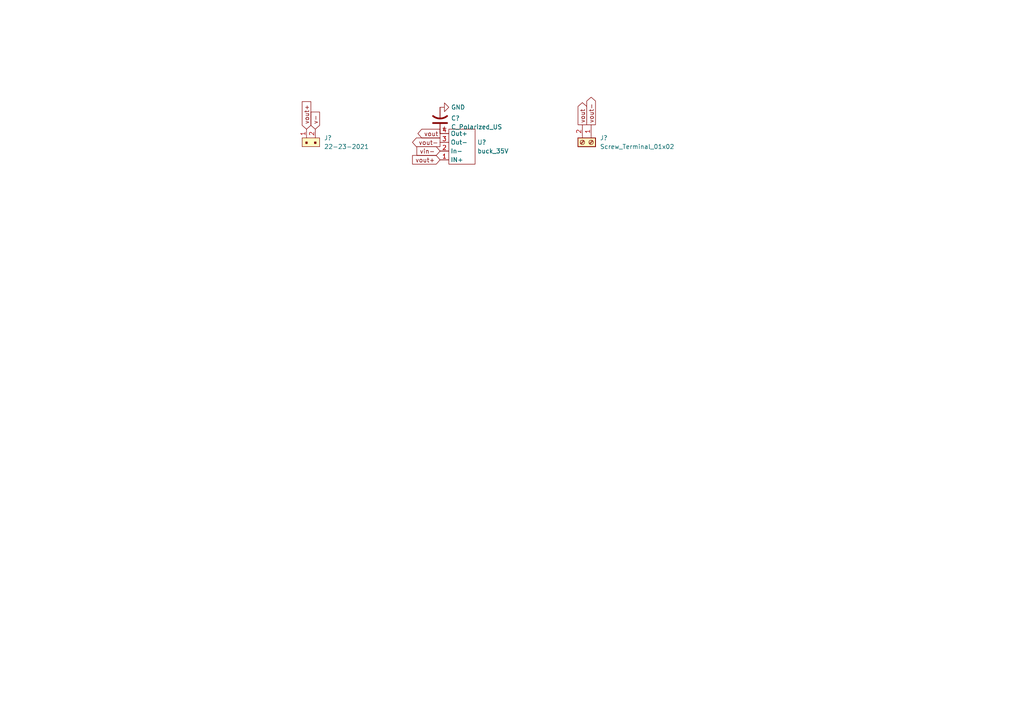
<source format=kicad_sch>
(kicad_sch (version 20211123) (generator eeschema)
  (paper "A4")
  (lib_symbols
    (symbol "Connector:Screw_Terminal_01x02" (pin_names (offset 1.016) hide)
      (property "Reference" "J" (at 0 2.54 0))
      (property "Value" "Screw_Terminal_01x02" (at 0 -5.08 0))
      (symbol "Screw_Terminal_01x02_1_1"
        (rectangle (start -1.27 1.27) (end 1.27 -3.81) (stroke (width 0.254)) (fill (type background)))
        (circle (center 0 -2.54) (radius 0.635) (stroke (width 0.1524)))
        (polyline (pts (xy -0.5334 -2.2098) (xy 0.3302 -3.048)) (stroke (width 0.1524)))
        (polyline (pts (xy -0.5334 0.3302) (xy 0.3302 -0.508)) (stroke (width 0.1524)))
        (polyline (pts (xy -0.3556 -2.032) (xy 0.508 -2.8702)) (stroke (width 0.1524)))
        (polyline (pts (xy -0.3556 0.508) (xy 0.508 -0.3302)) (stroke (width 0.1524)))
        (circle (center 0 0) (radius 0.635) (stroke (width 0.1524)))
        (pin passive line (at -5.08 0 0) (length 3.81) (name "Pin_1") (number "1"))
        (pin passive line (at -5.08 -2.54 0) (length 3.81) (name "Pin_2") (number "2"))
      )
    )
    (symbol "Device:C_Polarized_US" (pin_numbers hide) (pin_names (offset 0.254) hide)
      (property "Reference" "C" (at 0.635 2.54 0))
      (property "Value" "C_Polarized_US" (at 0.635 -2.54 0))
      (symbol "C_Polarized_US_0_1"
        (polyline (pts (xy -2.032 0.762) (xy 2.032 0.762)) (stroke (width 0.508)))
        (polyline (pts (xy -1.778 2.286) (xy -0.762 2.286)))
        (polyline (pts (xy -1.27 1.778) (xy -1.27 2.794)))
        (arc (start 2.032 -1.27) (mid 0 -0.5572) (end -2.032 -1.27) (stroke (width 0.508)))
      )
      (symbol "C_Polarized_US_1_1"
        (pin passive line (at 0 3.81 270) (length 2.794) (name "~") (number "1"))
        (pin passive line (at 0 -3.81 90) (length 3.302) (name "~") (number "2"))
      )
    )
    (symbol "New_Library:buck_35V"
      (property "Reference" "U" (at 0 0 0))
      (property "Value" "buck_35V" (at 0 0 0))
      (symbol "buck_35V_0_1"
        (rectangle (start -3.81 -2.54) (end 3.81 -12.7))
      )
      (symbol "buck_35V_1_1"
        (pin input line (at 6.35 -3.81 180) (length 2.54) (name "IN+") (number "1"))
        (pin input line (at 6.35 -6.35 180) (length 2.54) (name "In-") (number "2"))
        (pin output line (at 6.35 -8.89 180) (length 2.54) (name "Out-") (number "3"))
        (pin output line (at 6.35 -11.43 180) (length 2.54) (name "Out+") (number "4"))
      )
    )
    (symbol "dk_Rectangular-Connectors-Headers-Male-Pins:22-23-2021" (pin_names (offset 1.016))
      (property "Reference" "J" (at -2.54 1.27 0))
      (property "Value" "22-23-2021" (at 1.27 -3.81 0))
      (symbol "22-23-2021_1_1"
        (rectangle (start -1.27 0) (end 3.81 -2.54) (fill (type background)))
        (rectangle (start -0.254 -1.143) (end 0.254 -1.651) (fill (type outline)))
        (rectangle (start 2.286 -1.143) (end 2.794 -1.651) (fill (type outline)))
        (pin passive line (at 0 2.54 270) (length 2.54) (name "~") (number "1"))
        (pin passive line (at 2.54 2.54 270) (length 2.54) (name "~") (number "2"))
      )
    )
    (symbol "power:GND" (power) (pin_names (offset 0))
      (property "Value" "GND" (at 0 -3.81 0))
      (symbol "GND_0_1"
        (polyline (pts (xy 0 0) (xy 0 -1.27) (xy 1.27 -1.27) (xy 0 -2.54) (xy -1.27 -1.27) (xy 0 -1.27)))
      )
      (symbol "GND_1_1"
        (pin power_in line (at 0 0 270) (length 0) hide (name "GND") (number "1"))
      )
    )
  )
  (global_label "vout+" (shape input) (at 127.635 46.355 180) (property "Intersheet References" "${INTERSHEET_REFS}" (effects hide)))
  (global_label "vout-" (shape output) (at 171.45 36.195 90) (property "Intersheet References" "${INTERSHEET_REFS}" (effects hide)))
  (global_label "vout" (shape output) (at 168.91 36.195 90) (property "Intersheet References" "${INTERSHEET_REFS}" (effects hide)))
  (global_label "vout" (shape output) (at 127.635 38.735 180) (property "Intersheet References" "${INTERSHEET_REFS}" (effects hide)))
  (global_label "v-" (shape input) (at 91.44 37.465 90) (property "Intersheet References" "${INTERSHEET_REFS}" (effects hide)))
  (global_label "vin-" (shape input) (at 127.635 43.815 180) (property "Intersheet References" "${INTERSHEET_REFS}" (effects hide)))
  (global_label "vout+" (shape input) (at 88.9 37.465 90) (property "Intersheet References" "${INTERSHEET_REFS}" (effects hide)))
  (global_label "vout-" (shape output) (at 127.635 41.275 180) (property "Intersheet References" "${INTERSHEET_REFS}" (effects hide)))
  (symbol (lib_id "power:GND") (at 127.635 31.115 90) (unit 1)
    (property "Reference" "#PWR?" (effects hide))
    (property "Value" "GND" (at 130.81 31.1149 90) (effects (justify right)))
  )
  (symbol (lib_id "Connector:Screw_Terminal_01x02") (at 171.45 41.275 270) (unit 1)
    (property "Reference" "J?" (at 173.99 40.0049 90) (effects (justify left)))
    (property "Value" "Screw_Terminal_01x02" (at 173.99 42.5449 90) (effects (justify left)))
  )
  (symbol (lib_id "Device:C_Polarized_US") (at 127.635 34.925 180) (unit 1)
    (property "Reference" "C?" (at 130.81 34.2899 0) (effects (justify right)))
    (property "Value" "C_Polarized_US" (at 130.81 36.8299 0) (effects (justify right)))
  )
  (symbol (lib_id "New_Library:buck_35V") (at 133.985 50.165 180) (unit 1)
    (property "Reference" "U?" (at 138.43 41.2749 0) (effects (justify right)))
    (property "Value" "buck_35V" (at 138.43 43.8149 0) (effects (justify right)))
  )
  (symbol (lib_id "dk_Rectangular-Connectors-Headers-Male-Pins:22-23-2021") (at 88.9 40.005 0) (unit 1)
    (property "Reference" "J?" (at 93.98 40.0049 0) (effects (justify left)))
    (property "Value" "22-23-2021" (at 93.98 42.5449 0) (effects (justify left)))
    (property "Footprint" "digikey-footprints:PinHeader_1x2_P2.54mm_Drill1.02mm" (effects hide))
    (property "Datasheet" "https://media.digikey.com/pdf/Data%20Sheets/Molex%20PDFs/A-6373-N_Series_Dwg_2010-12-03.pdf" (effects hide))
    (property "Digi-Key_PN" "WM4200-ND" (effects hide))
    (property "MPN" "22-23-2021" (effects hide))
    (property "Category" "Connectors, Interconnects" (effects hide))
    (property "Family" "Rectangular Connectors - Headers, Male Pins" (effects hide))
    (property "DK_Datasheet_Link" "https://media.digikey.com/pdf/Data%20Sheets/Molex%20PDFs/A-6373-N_Series_Dwg_2010-12-03.pdf" (effects hide))
    (property "DK_Detail_Page" "/product-detail/en/molex/22-23-2021/WM4200-ND/26667" (effects hide))
    (property "Description" "CONN HEADER VERT 2POS 2.54MM" (effects hide))
    (property "Manufacturer" "Molex" (effects hide))
    (property "Status" "Active" (effects hide))
  )
)
</source>
